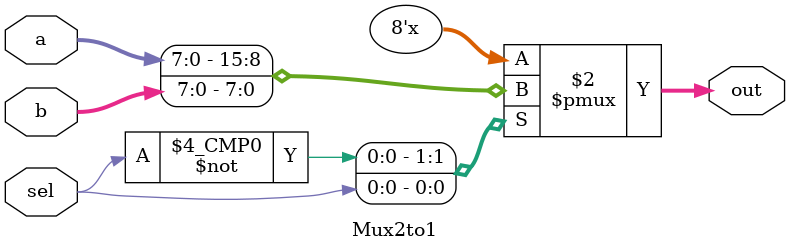
<source format=v>
`timescale 1ns / 1ps


module Mux2to1 #(
    parameter DATA_WIDTH = 8
)(
    input [DATA_WIDTH-1:0] a,
    input [DATA_WIDTH-1:0] b,
    input sel,
    output reg [DATA_WIDTH-1:0] out
);

    always@(*) begin
        case(sel)
            0: out = a;
            1: out = b;
            default: out = 0;
        endcase
    end
    
endmodule

</source>
